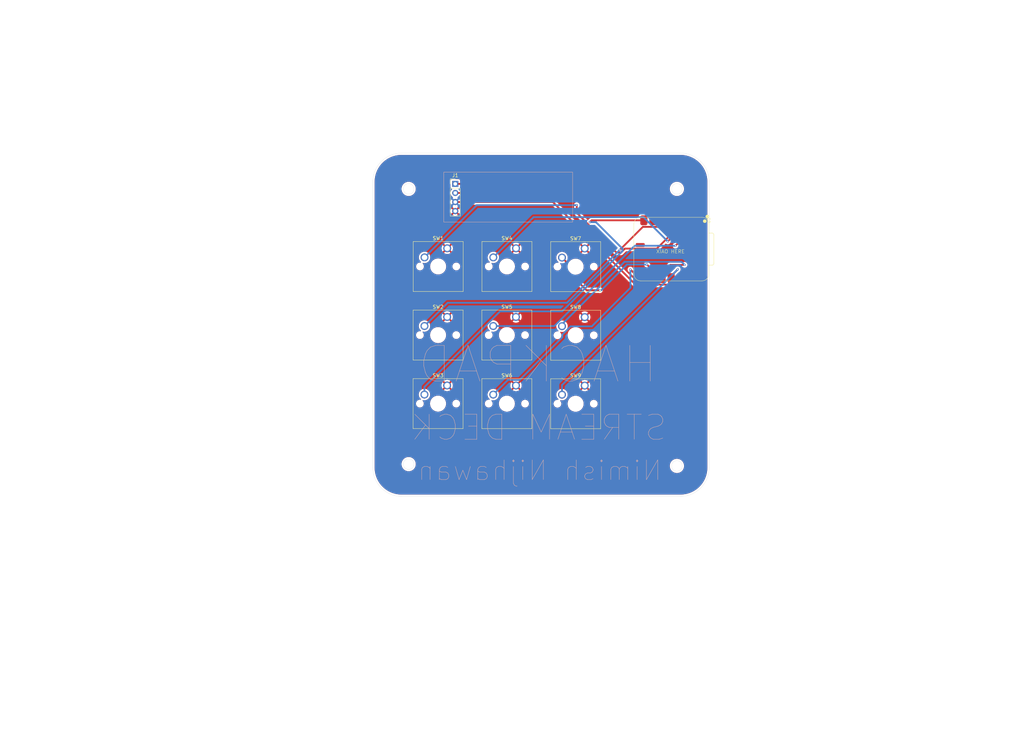
<source format=kicad_pcb>
(kicad_pcb (version 20241229) (generator "pcbnew") (generator_version "9.0")
  (layers (0 "F.Cu" signal) (2 "B.Cu" signal) (13 "F.Paste" user) (15 "B.Paste" user) (5 "F.SilkS" user "F.Silkscreen") (7 "B.SilkS" user "B.Silkscreen") (1 "F.Mask" user) (3 "B.Mask" user) (25 "Edge.Cuts" user))
  (net 0 "")
  (net 1 "SDA")
  (net 2 "SCL")
  (net 3 "GND")
  (net 4 "+5V")
  (net 5 "Net-(U1-GPIO28_A2_D2)")
  (net 6 "Net-(U1-GPIO29_A3_D3)")
  (net 7 "Net-(U1-GPIO0_D6_TX)")
  (net 8 "Net-(U1-GPIO27_A1_D1)")
  (net 9 "Net-(U1-GPIO26_A0_D0)")
  (net 10 "Net-(U1-GPIO1_D7_CSn_RX)")
  (net 11 "Net-(U1-GPIO2_D8_SCK)")
  (net 12 "Net-(U1-GPIO4_D9_MISO)")
  (net 13 "Net-(U1-GPIO3_D10_MOSI)")
  (net 16 "+3.3V")
  (footprint "Button_Switch_Keyboard:SW_Cherry_MX_1.00u_PCB" (layer "F.Cu") (at 69.22 36.67)
    (property "Reference" "SW7" (at -2.54 -2.794 0) (layer "F.SilkS"))
    (property "Value" "SW_Push")
    (fp_line (start -9.525 -1.905) (end 4.445 -1.905) (stroke (width 0.12)) (layer "F.SilkS"))
    (fp_line (start -9.525 12.065) (end -9.525 -1.905) (stroke (width 0.12)) (layer "F.SilkS"))
    (fp_line (start 4.445 -1.905) (end 4.445 12.065) (stroke (width 0.12)) (layer "F.SilkS"))
    (fp_line (start 4.445 12.065) (end -9.525 12.065) (stroke (width 0.12)) (layer "F.SilkS"))
    (pad "" np_thru_hole circle (at -7.62 5.08) (size 1.7 1.7) (drill 1.7) (layers "*.Cu" "*.Mask"))
    (pad "" np_thru_hole circle (at -2.54 5.08) (size 4 4) (drill 4) (layers "*.Cu" "*.Mask"))
    (pad "" np_thru_hole circle (at 2.54 5.08) (size 1.7 1.7) (drill 1.7) (layers "*.Cu" "*.Mask"))
    (pad "1" thru_hole circle (at 0 0) (size 2.2 2.2) (drill 1.5) (layers "*.Cu" "*.Mask") (net 3 "GND"))
    (pad "2" thru_hole circle (at -6.35 2.54) (size 2.2 2.2) (drill 1.5) (layers "*.Cu" "*.Mask") (net 11 "Net-(U1-GPIO2_D8_SCK)"))
  )
  (footprint "Button_Switch_Keyboard:SW_Cherry_MX_1.00u_PCB" (layer "F.Cu") (at 69.22 55.87)
    (property "Reference" "SW8" (at -2.54 -2.794 0) (layer "F.SilkS"))
    (property "Value" "SW_Push")
    (fp_line (start -9.525 -1.905) (end 4.445 -1.905) (stroke (width 0.12)) (layer "F.SilkS"))
    (fp_line (start -9.525 12.065) (end -9.525 -1.905) (stroke (width 0.12)) (layer "F.SilkS"))
    (fp_line (start 4.445 -1.905) (end 4.445 12.065) (stroke (width 0.12)) (layer "F.SilkS"))
    (fp_line (start 4.445 12.065) (end -9.525 12.065) (stroke (width 0.12)) (layer "F.SilkS"))
    (pad "" np_thru_hole circle (at -7.62 5.08) (size 1.7 1.7) (drill 1.7) (layers "*.Cu" "*.Mask"))
    (pad "" np_thru_hole circle (at -2.54 5.08) (size 4 4) (drill 4) (layers "*.Cu" "*.Mask"))
    (pad "" np_thru_hole circle (at 2.54 5.08) (size 1.7 1.7) (drill 1.7) (layers "*.Cu" "*.Mask"))
    (pad "1" thru_hole circle (at 0 0) (size 2.2 2.2) (drill 1.5) (layers "*.Cu" "*.Mask") (net 3 "GND"))
    (pad "2" thru_hole circle (at -6.35 2.54) (size 2.2 2.2) (drill 1.5) (layers "*.Cu" "*.Mask") (net 12 "Net-(U1-GPIO4_D9_MISO)"))
  )
  (footprint "Seeed Studio XIAO Series Library:XIAO-RP2040-SMD" (layer "F.Cu") (at 93.38 36.785 -90)
    (property "Reference" "U1" (at -8.835 -10.08 90) (layer "F.SilkS") (effects (font (size 0.78232 0.78232) (thickness 0.10668)) (justify right top)))
    (property "Value" "XIAO-RP2040-SMD")
    (fp_line (start -6.93 10.418) (end 7.04 10.418) (stroke (width 0.1)) (layer "F.SilkS"))
    (fp_line (start -8.835 8.513) (end -8.835 -8.632) (stroke (width 0.1)) (layer "F.SilkS"))
    (fp_line (start 8.945 8.513) (end 8.945 -8.632) (stroke (width 0.1)) (layer "F.SilkS"))
    (fp_line (start -4.44 -10.537) (end -4.436272 -11.447272) (stroke (width 0.127)) (layer "F.SilkS"))
    (fp_line (start 7.04 -10.537) (end -6.93 -10.537) (stroke (width 0.1)) (layer "F.SilkS"))
    (fp_line (start 4.559 -11.447) (end 4.559 -10.537) (stroke (width 0.127)) (layer "F.SilkS"))
    (fp_line (start -3.936272 -11.947) (end 4.059 -11.947) (stroke (width 0.127)) (layer "F.SilkS"))
    (fp_arc (start -6.93 10.418) (mid -8.277038 9.860038) (end -8.835 8.513) (stroke (width 0.1)) (layer "F.SilkS"))
    (fp_arc (start 8.945 8.513) (mid 8.387038 9.860038) (end 7.04 10.418) (stroke (width 0.1)) (layer "F.SilkS"))
    (fp_arc (start -8.835 -8.636) (mid -8.277038 -9.983038) (end -6.93 -10.541) (stroke (width 0.1)) (layer "F.SilkS"))
    (fp_arc (start 7.04 -10.537) (mid 8.387038 -9.979038) (end 8.945 -8.632) (stroke (width 0.1)) (layer "F.SilkS"))
    (fp_arc (start -4.436272 -11.447272) (mid -4.289724 -11.800644) (end -3.936272 -11.947) (stroke (width 0.127)) (layer "F.SilkS"))
    (fp_arc (start 4.059 -11.947) (mid 4.412553 -11.800553) (end 4.559 -11.447) (stroke (width 0.127)) (layer "F.SilkS"))
    (fp_circle (center -7.771 -9.404) (end -7.771 -9.658) (stroke (width 0.5)) (fill yes) (layer "F.SilkS"))
    (fp_circle (center -9.045 -10.121) (end -9.045 -10.375) (stroke (width 0.5)) (fill yes) (layer "F.SilkS"))
    (pad "1" smd roundrect (at -8 -7.62 270) (size 2.75 2) (layers "F.Cu" "F.Mask" "F.Paste") (net 9 "Net-(U1-GPIO26_A0_D0)"))
    (pad "2" smd roundrect (at -8 -5.08 270) (size 2.75 2) (layers "F.Cu" "F.Mask" "F.Paste") (net 8 "Net-(U1-GPIO27_A1_D1)"))
    (pad "3" smd roundrect (at -8 -2.54 270) (size 2.75 2) (layers "F.Cu" "F.Mask" "F.Paste") (net 5 "Net-(U1-GPIO28_A2_D2)"))
    (pad "4" smd roundrect (at -8 0 270) (size 2.75 2) (layers "F.Cu" "F.Mask" "F.Paste") (net 6 "Net-(U1-GPIO29_A3_D3)"))
    (pad "5" smd roundrect (at -8 2.54 270) (size 2.75 2) (layers "F.Cu" "F.Mask" "F.Paste") (net 1 "SDA"))
    (pad "6" smd roundrect (at -8 5.08 270) (size 2.75 2) (layers "F.Cu" "F.Mask" "F.Paste") (net 2 "SCL"))
    (pad "7" smd roundrect (at -8 7.62 270) (size 2.75 2) (layers "F.Cu" "F.Mask" "F.Paste") (net 7 "Net-(U1-GPIO0_D6_TX)"))
    (pad "8" smd roundrect (at 8.165 7.62 270) (size 2.75 2) (layers "F.Cu" "F.Mask" "F.Paste") (net 10 "Net-(U1-GPIO1_D7_CSn_RX)"))
    (pad "9" smd roundrect (at 8.165 5.08 270) (size 2.75 2) (layers "F.Cu" "F.Mask" "F.Paste") (net 11 "Net-(U1-GPIO2_D8_SCK)"))
    (pad "10" smd roundrect (at 8.165 2.54 270) (size 2.75 2) (layers "F.Cu" "F.Mask" "F.Paste") (net 12 "Net-(U1-GPIO4_D9_MISO)"))
    (pad "11" smd roundrect (at 8.165 0 270) (size 2.75 2) (layers "F.Cu" "F.Mask" "F.Paste") (net 13 "Net-(U1-GPIO3_D10_MOSI)"))
    (pad "12" smd roundrect (at 8.165 -2.54 270) (size 2.75 2) (layers "F.Cu" "F.Mask" "F.Paste") (net 16 "+3.3V"))
    (pad "13" smd roundrect (at 8.165 -5.08 270) (size 2.75 2) (layers "F.Cu" "F.Mask" "F.Paste") (net 3 "GND"))
    (pad "14" smd roundrect (at 8.165 -7.62 270) (size 2.75 2) (layers "F.Cu" "F.Mask" "F.Paste") (net 4 "+5V"))
    (pad "15" smd roundrect (at -1.088 8.64 180) (size 2.5 1.1) (layers "F.Cu" "F.Mask" "F.Paste"))
    (pad "16" smd roundrect (at 1.452 8.64 180) (size 2.5 1.1) (layers "F.Cu" "F.Mask" "F.Paste") (net 3 "GND"))
    (pad "17" smd circle (at -1.088 -8.378 270) (size 1.7 1.7) (layers "F.Cu" "F.Mask" "F.Paste"))
    (pad "18" smd circle (at 1.452 -8.378 270) (size 1.7 1.7) (layers "F.Cu" "F.Mask" "F.Paste"))
    (pad "19" smd circle (at -1.088 -5.838 270) (size 1.7 1.7) (layers "F.Cu" "F.Mask" "F.Paste"))
    (pad "20" smd circle (at 1.452 -5.838 270) (size 1.7 1.7) (layers "F.Cu" "F.Mask" "F.Paste") (net 3 "GND"))
  )
  (footprint "Button_Switch_Keyboard:SW_Cherry_MX_1.00u_PCB" (layer "F.Cu") (at 30.79 36.62)
    (property "Reference" "SW1" (at -2.54 -2.794 0) (layer "F.SilkS"))
    (property "Value" "SW_Push")
    (fp_line (start -9.525 -1.905) (end 4.445 -1.905) (stroke (width 0.12)) (layer "F.SilkS"))
    (fp_line (start -9.525 12.065) (end -9.525 -1.905) (stroke (width 0.12)) (layer "F.SilkS"))
    (fp_line (start 4.445 -1.905) (end 4.445 12.065) (stroke (width 0.12)) (layer "F.SilkS"))
    (fp_line (start 4.445 12.065) (end -9.525 12.065) (stroke (width 0.12)) (layer "F.SilkS"))
    (pad "" np_thru_hole circle (at -7.62 5.08) (size 1.7 1.7) (drill 1.7) (layers "*.Cu" "*.Mask"))
    (pad "" np_thru_hole circle (at -2.54 5.08) (size 4 4) (drill 4) (layers "*.Cu" "*.Mask"))
    (pad "" np_thru_hole circle (at 2.54 5.08) (size 1.7 1.7) (drill 1.7) (layers "*.Cu" "*.Mask"))
    (pad "1" thru_hole circle (at 0 0) (size 2.2 2.2) (drill 1.5) (layers "*.Cu" "*.Mask") (net 3 "GND"))
    (pad "2" thru_hole circle (at -6.35 2.54) (size 2.2 2.2) (drill 1.5) (layers "*.Cu" "*.Mask") (net 5 "Net-(U1-GPIO28_A2_D2)"))
  )
  (footprint "Button_Switch_Keyboard:SW_Cherry_MX_1.00u_PCB" (layer "F.Cu") (at 30.76 74.99)
    (property "Reference" "SW3" (at -2.54 -2.794 0) (layer "F.SilkS"))
    (property "Value" "SW_Push")
    (fp_line (start -9.525 -1.905) (end 4.445 -1.905) (stroke (width 0.12)) (layer "F.SilkS"))
    (fp_line (start -9.525 12.065) (end -9.525 -1.905) (stroke (width 0.12)) (layer "F.SilkS"))
    (fp_line (start 4.445 -1.905) (end 4.445 12.065) (stroke (width 0.12)) (layer "F.SilkS"))
    (fp_line (start 4.445 12.065) (end -9.525 12.065) (stroke (width 0.12)) (layer "F.SilkS"))
    (pad "" np_thru_hole circle (at -7.62 5.08) (size 1.7 1.7) (drill 1.7) (layers "*.Cu" "*.Mask"))
    (pad "" np_thru_hole circle (at -2.54 5.08) (size 4 4) (drill 4) (layers "*.Cu" "*.Mask"))
    (pad "" np_thru_hole circle (at 2.54 5.08) (size 1.7 1.7) (drill 1.7) (layers "*.Cu" "*.Mask"))
    (pad "1" thru_hole circle (at 0 0) (size 2.2 2.2) (drill 1.5) (layers "*.Cu" "*.Mask") (net 3 "GND"))
    (pad "2" thru_hole circle (at -6.35 2.54) (size 2.2 2.2) (drill 1.5) (layers "*.Cu" "*.Mask") (net 7 "Net-(U1-GPIO0_D6_TX)"))
  )
  (footprint "Button_Switch_Keyboard:SW_Cherry_MX_1.00u_PCB" (layer "F.Cu") (at 50.02 36.62)
    (property "Reference" "SW4" (at -2.54 -2.794 0) (layer "F.SilkS"))
    (property "Value" "SW_Push")
    (fp_line (start -9.525 -1.905) (end 4.445 -1.905) (stroke (width 0.12)) (layer "F.SilkS"))
    (fp_line (start -9.525 12.065) (end -9.525 -1.905) (stroke (width 0.12)) (layer "F.SilkS"))
    (fp_line (start 4.445 -1.905) (end 4.445 12.065) (stroke (width 0.12)) (layer "F.SilkS"))
    (fp_line (start 4.445 12.065) (end -9.525 12.065) (stroke (width 0.12)) (layer "F.SilkS"))
    (pad "" np_thru_hole circle (at -7.62 5.08) (size 1.7 1.7) (drill 1.7) (layers "*.Cu" "*.Mask"))
    (pad "" np_thru_hole circle (at -2.54 5.08) (size 4 4) (drill 4) (layers "*.Cu" "*.Mask"))
    (pad "" np_thru_hole circle (at 2.54 5.08) (size 1.7 1.7) (drill 1.7) (layers "*.Cu" "*.Mask"))
    (pad "1" thru_hole circle (at 0 0) (size 2.2 2.2) (drill 1.5) (layers "*.Cu" "*.Mask") (net 3 "GND"))
    (pad "2" thru_hole circle (at -6.35 2.54) (size 2.2 2.2) (drill 1.5) (layers "*.Cu" "*.Mask") (net 8 "Net-(U1-GPIO27_A1_D1)"))
  )
  (footprint "Button_Switch_Keyboard:SW_Cherry_MX_1.00u_PCB" (layer "F.Cu") (at 50 55.82)
    (property "Reference" "SW5" (at -2.54 -2.794 0) (layer "F.SilkS"))
    (property "Value" "SW_Push")
    (fp_line (start -9.525 -1.905) (end 4.445 -1.905) (stroke (width 0.12)) (layer "F.SilkS"))
    (fp_line (start -9.525 12.065) (end -9.525 -1.905) (stroke (width 0.12)) (layer "F.SilkS"))
    (fp_line (start 4.445 -1.905) (end 4.445 12.065) (stroke (width 0.12)) (layer "F.SilkS"))
    (fp_line (start 4.445 12.065) (end -9.525 12.065) (stroke (width 0.12)) (layer "F.SilkS"))
    (pad "" np_thru_hole circle (at -7.62 5.08) (size 1.7 1.7) (drill 1.7) (layers "*.Cu" "*.Mask"))
    (pad "" np_thru_hole circle (at -2.54 5.08) (size 4 4) (drill 4) (layers "*.Cu" "*.Mask"))
    (pad "" np_thru_hole circle (at 2.54 5.08) (size 1.7 1.7) (drill 1.7) (layers "*.Cu" "*.Mask"))
    (pad "1" thru_hole circle (at 0 0) (size 2.2 2.2) (drill 1.5) (layers "*.Cu" "*.Mask") (net 3 "GND"))
    (pad "2" thru_hole circle (at -6.35 2.54) (size 2.2 2.2) (drill 1.5) (layers "*.Cu" "*.Mask") (net 9 "Net-(U1-GPIO26_A0_D0)"))
  )
  (footprint "Connector_PinHeader_2.54mm:PinHeader_1x04_P2.54mm_Vertical" (layer "F.Cu") (at 33.03 18.59)
    (property "Reference" "J1" (at 0 -2.38 0) (layer "F.SilkS"))
    (property "Value" "Conn_01x04_Pin")
    (fp_line (start -1.38 -1.38) (end 0 -1.38) (stroke (width 0.12)) (layer "F.SilkS"))
    (fp_line (start -1.38 0) (end -1.38 -1.38) (stroke (width 0.12)) (layer "F.SilkS"))
    (fp_line (start -1.38 1.27) (end -1.38 9) (stroke (width 0.12)) (layer "F.SilkS"))
    (fp_line (start -1.38 1.27) (end 1.38 1.27) (stroke (width 0.12)) (layer "F.SilkS"))
    (fp_line (start -1.38 9) (end 1.38 9) (stroke (width 0.12)) (layer "F.SilkS"))
    (fp_line (start 1.38 1.27) (end 1.38 9) (stroke (width 0.12)) (layer "F.SilkS"))
    (pad "1" thru_hole rect (at 0 0) (size 1.7 1.7) (drill 1) (layers "*.Cu" "*.Mask") (net 1 "SDA"))
    (pad "2" thru_hole circle (at 0 2.54) (size 1.7 1.7) (drill 1) (layers "*.Cu" "*.Mask") (net 2 "SCL"))
    (pad "3" thru_hole circle (at 0 5.08) (size 1.7 1.7) (drill 1) (layers "*.Cu" "*.Mask") (net 4 "+5V"))
    (pad "4" thru_hole circle (at 0 7.62) (size 1.7 1.7) (drill 1) (layers "*.Cu" "*.Mask") (net 3 "GND"))
  )
  (footprint "Button_Switch_Keyboard:SW_Cherry_MX_1.00u_PCB" (layer "F.Cu") (at 30.77 55.82)
    (property "Reference" "SW2" (at -2.54 -2.794 0) (layer "F.SilkS"))
    (property "Value" "SW_Push")
    (fp_line (start -9.525 -1.905) (end 4.445 -1.905) (stroke (width 0.12)) (layer "F.SilkS"))
    (fp_line (start -9.525 12.065) (end -9.525 -1.905) (stroke (width 0.12)) (layer "F.SilkS"))
    (fp_line (start 4.445 -1.905) (end 4.445 12.065) (stroke (width 0.12)) (layer "F.SilkS"))
    (fp_line (start 4.445 12.065) (end -9.525 12.065) (stroke (width 0.12)) (layer "F.SilkS"))
    (pad "" np_thru_hole circle (at -7.62 5.08) (size 1.7 1.7) (drill 1.7) (layers "*.Cu" "*.Mask"))
    (pad "" np_thru_hole circle (at -2.54 5.08) (size 4 4) (drill 4) (layers "*.Cu" "*.Mask"))
    (pad "" np_thru_hole circle (at 2.54 5.08) (size 1.7 1.7) (drill 1.7) (layers "*.Cu" "*.Mask"))
    (pad "1" thru_hole circle (at 0 0) (size 2.2 2.2) (drill 1.5) (layers "*.Cu" "*.Mask") (net 3 "GND"))
    (pad "2" thru_hole circle (at -6.35 2.54) (size 2.2 2.2) (drill 1.5) (layers "*.Cu" "*.Mask") (net 6 "Net-(U1-GPIO29_A3_D3)"))
  )
  (footprint "Button_Switch_Keyboard:SW_Cherry_MX_1.00u_PCB" (layer "F.Cu") (at 50 75)
    (property "Reference" "SW6" (at -2.54 -2.794 0) (layer "F.SilkS"))
    (property "Value" "SW_Push")
    (fp_line (start -9.525 -1.905) (end 4.445 -1.905) (stroke (width 0.12)) (layer "F.SilkS"))
    (fp_line (start -9.525 12.065) (end -9.525 -1.905) (stroke (width 0.12)) (layer "F.SilkS"))
    (fp_line (start 4.445 -1.905) (end 4.445 12.065) (stroke (width 0.12)) (layer "F.SilkS"))
    (fp_line (start 4.445 12.065) (end -9.525 12.065) (stroke (width 0.12)) (layer "F.SilkS"))
    (pad "" np_thru_hole circle (at -7.62 5.08) (size 1.7 1.7) (drill 1.7) (layers "*.Cu" "*.Mask"))
    (pad "" np_thru_hole circle (at -2.54 5.08) (size 4 4) (drill 4) (layers "*.Cu" "*.Mask"))
    (pad "" np_thru_hole circle (at 2.54 5.08) (size 1.7 1.7) (drill 1.7) (layers "*.Cu" "*.Mask"))
    (pad "1" thru_hole circle (at 0 0) (size 2.2 2.2) (drill 1.5) (layers "*.Cu" "*.Mask") (net 3 "GND"))
    (pad "2" thru_hole circle (at -6.35 2.54) (size 2.2 2.2) (drill 1.5) (layers "*.Cu" "*.Mask") (net 10 "Net-(U1-GPIO1_D7_CSn_RX)"))
  )
  (footprint "Button_Switch_Keyboard:SW_Cherry_MX_1.00u_PCB" (layer "F.Cu") (at 69.22 75.02)
    (property "Reference" "SW9" (at -2.54 -2.794 0) (layer "F.SilkS"))
    (property "Value" "SW_Push")
    (fp_line (start -9.525 -1.905) (end 4.445 -1.905) (stroke (width 0.12)) (layer "F.SilkS"))
    (fp_line (start -9.525 12.065) (end -9.525 -1.905) (stroke (width 0.12)) (layer "F.SilkS"))
    (fp_line (start 4.445 -1.905) (end 4.445 12.065) (stroke (width 0.12)) (layer "F.SilkS"))
    (fp_line (start 4.445 12.065) (end -9.525 12.065) (stroke (width 0.12)) (layer "F.SilkS"))
    (pad "" np_thru_hole circle (at -7.62 5.08) (size 1.7 1.7) (drill 1.7) (layers "*.Cu" "*.Mask"))
    (pad "" np_thru_hole circle (at -2.54 5.08) (size 4 4) (drill 4) (layers "*.Cu" "*.Mask"))
    (pad "" np_thru_hole circle (at 2.54 5.08) (size 1.7 1.7) (drill 1.7) (layers "*.Cu" "*.Mask"))
    (pad "1" thru_hole circle (at 0 0) (size 2.2 2.2) (drill 1.5) (layers "*.Cu" "*.Mask") (net 3 "GND"))
    (pad "2" thru_hole circle (at -6.35 2.54) (size 2.2 2.2) (drill 1.5) (layers "*.Cu" "*.Mask") (net 13 "Net-(U1-GPIO3_D10_MOSI)"))
  )
  (gr_rect (start 29.83 15.3) (end 65.83 29.3) (stroke (width 0.1)) (fill no) (layer "B.SilkS"))
  (gr_line (start 104 18) (end 104 98) (stroke (width 0.05)) (layer "Edge.Cuts"))
  (gr_line (start 19 10) (end 18 10) (stroke (width 0.05)) (layer "Edge.Cuts"))
  (gr_arc (start 96 10) (mid 101.656854 12.343146) (end 104 18) (stroke (width 0.05)) (layer "Edge.Cuts"))
  (gr_circle (center 95 20) (end 96.5 20) (stroke (width 0.05)) (fill no) (layer "Edge.Cuts"))
  (gr_line (start 19 10) (end 96 10) (stroke (width 0.05)) (layer "Edge.Cuts"))
  (gr_circle (center 20 20) (end 21.5 20) (stroke (width 0.05)) (fill no) (layer "Edge.Cuts"))
  (gr_line (start 96 106) (end 18 106) (stroke (width 0.05)) (layer "Edge.Cuts"))
  (gr_arc (start 10 18) (mid 12.343146 12.343146) (end 18 10) (stroke (width 0.05)) (layer "Edge.Cuts"))
  (gr_arc (start 104 98) (mid 101.656854 103.656854) (end 96 106) (stroke (width 0.05)) (layer "Edge.Cuts"))
  (gr_circle (center 95 97.5) (end 96.5 97.5) (stroke (width 0.05)) (fill no) (layer "Edge.Cuts"))
  (gr_circle (center 20 97) (end 21.5 97) (stroke (width 0.05)) (fill no) (layer "Edge.Cuts"))
  (gr_arc (start 18 106) (mid 12.343146 103.656854) (end 10 98) (stroke (width 0.05)) (layer "Edge.Cuts"))
  (gr_line (start 10 98) (end 10 18) (stroke (width 0.05)) (layer "Edge.Cuts"))
  (gr_text "XIAO HERE" (at 89.15 38.1 0) (layer "F.SilkS") (effects (font (size 1 1) (thickness 0.1)) (justify left bottom)))
  (gr_text "HACKPAD" (at 90 75 0) (layer "B.SilkS") (effects (font (size 10 10) (thickness 0.1)) (justify left bottom mirror)))
  (gr_text "STREAM DECK" (at 92.45 90.9 0) (layer "B.SilkS") (effects (font (size 7 7) (thickness 0.1)) (justify left bottom mirror)))
  (gr_text "Nimish Nijhawan" (at 91 102 0) (layer "B.SilkS") (effects (font (size 5.5 5.5) (thickness 0.1)) (justify left bottom mirror)))
  (segment (start 33.03 18.59) (end 82.02 18.59) (width 0.5) (layer "F.Cu") (net 1))
  (segment (start 82.02 18.59) (end 90.84 27.41) (width 0.5) (layer "F.Cu") (net 1))
  (segment (start 90.84 27.41) (end 90.84 28.785) (width 0.5) (layer "F.Cu") (net 1))
  (segment (start 88.3 29.1) (end 88.25 29.15) (width 0.5) (layer "F.Cu") (net 2))
  (segment (start 33.03 21.13) (end 82.78 21.13) (width 0.5) (layer "F.Cu") (net 2))
  (segment (start 88.3 26.65) (end 88.3 28.785) (width 0.5) (layer "F.Cu") (net 2))
  (segment (start 82.78 21.13) (end 88.3 26.65) (width 0.5) (layer "F.Cu") (net 2))
  (segment (start 98.46 38.995) (end 99.218 38.237) (width 0.5) (layer "F.Cu") (net 3))
  (segment (start 98.46 44.95) (end 98.46 38.995) (width 0.5) (layer "F.Cu") (net 3))
  (segment (start 84.74 38.237) (end 99.218 38.237) (width 0.5) (layer "F.Cu") (net 3))
  (segment (start 60.32 23.67) (end 83.426 46.776) (width 0.5) (layer "F.Cu") (net 4))
  (segment (start 83.426 46.776) (end 99.36119 46.776) (width 0.5) (layer "F.Cu") (net 4))
  (segment (start 33.03 23.67) (end 60.32 23.67) (width 0.5) (layer "F.Cu") (net 4))
  (segment (start 101 45.13719) (end 101 44.95) (width 0.5) (layer "F.Cu") (net 4))
  (segment (start 99.36119 46.776) (end 101 45.13719) (width 0.5) (layer "F.Cu") (net 4))
  (segment (start 95.92 28.785) (end 95.92 30.16) (width 0.5) (layer "F.Cu") (net 5))
  (segment (start 78.088925 37.801) (end 67 26.712075) (width 0.5) (layer "F.Cu") (net 5))
  (segment (start 95.92 30.16) (end 89.382 36.698) (width 0.5) (layer "F.Cu") (net 5))
  (segment (start 80.464075 36.698) (end 79.361075 37.801) (width 0.5) (layer "F.Cu") (net 5))
  (segment (start 67 26.712075) (end 67 24.55) (width 0.5) (layer "F.Cu") (net 5))
  (segment (start 89.382 36.698) (end 80.464075 36.698) (width 0.5) (layer "F.Cu") (net 5))
  (segment (start 79.361075 37.801) (end 78.088925 37.801) (width 0.5) (layer "F.Cu") (net 5))
  (via (at 67 24.55) (size 0.6) (drill 0.3) (layers "F.Cu" "B.Cu") (net 5))
  (segment (start 39.05 24.55) (end 24.44 39.16) (width 0.5) (layer "B.Cu") (net 5))
  (segment (start 67 24.55) (end 39.05 24.55) (width 0.5) (layer "B.Cu") (net 5))
  (segment (start 91.74119 30.611) (end 85.489 30.611) (width 0.5) (layer "F.Cu") (net 6))
  (segment (start 85.489 30.611) (end 79.05 37.05) (width 0.5) (layer "F.Cu") (net 6))
  (segment (start 93.38 28.97219) (end 91.74119 30.611) (width 0.5) (layer "F.Cu") (net 6))
  (segment (start 93.38 28.785) (end 93.38 28.97219) (width 0.5) (layer "F.Cu") (net 6))
  (via (at 79.05 37.05) (size 0.6) (drill 0.3) (layers "F.Cu" "B.Cu") (net 6))
  (segment (start 30.93 51.85) (end 24.42 58.36) (width 0.5) (layer "B.Cu") (net 6))
  (segment (start 64.25 51.85) (end 30.93 51.85) (width 0.5) (layer "B.Cu") (net 6))
  (segment (start 79.05 37.05) (end 64.25 51.85) (width 0.5) (layer "B.Cu") (net 6))
  (segment (start 71.165 28.785) (end 70.65 29.3) (width 0.5) (layer "F.Cu") (net 7))
  (segment (start 85.76 28.785) (end 71.165 28.785) (width 0.5) (layer "F.Cu") (net 7))
  (via (at 70.65 29.3) (size 0.6) (drill 0.3) (layers "F.Cu" "B.Cu") (net 7))
  (segment (start 24.41 75.406554) (end 24.41 77.53) (width 0.5) (layer "B.Cu") (net 7))
  (segment (start 70.65 29.3) (end 72.362075 29.3) (width 0.5) (layer "B.Cu") (net 7))
  (segment (start 62.893075 54.269) (end 45.547554 54.269) (width 0.5) (layer "B.Cu") (net 7))
  (segment (start 72.362075 29.3) (end 79.801 36.738925) (width 0.5) (layer "B.Cu") (net 7))
  (segment (start 45.547554 54.269) (end 24.41 75.406554) (width 0.5) (layer "B.Cu") (net 7))
  (segment (start 79.801 36.738925) (end 79.801 37.361075) (width 0.5) (layer "B.Cu") (net 7))
  (segment (start 79.801 37.361075) (end 62.893075 54.269) (width 0.5) (layer "B.Cu") (net 7))
  (segment (start 98.46 30.34) (end 95.1 33.7) (width 0.5) (layer "F.Cu") (net 8))
  (segment (start 93.440662 33.7) (end 92.445331 34.695331) (width 0.5) (layer "F.Cu") (net 8))
  (segment (start 98.46 28.785) (end 98.46 30.34) (width 0.5) (layer "F.Cu") (net 8))
  (segment (start 95.1 33.7) (end 93.440662 33.7) (width 0.5) (layer "F.Cu") (net 8))
  (via (at 92.445331 34.695331) (size 0.6) (drill 0.3) (layers "F.Cu" "B.Cu") (net 8))
  (segment (start 85.65 27.9) (end 54.93 27.9) (width 0.5) (layer "B.Cu") (net 8))
  (segment (start 54.93 27.9) (end 43.67 39.16) (width 0.5) (layer "B.Cu") (net 8))
  (segment (start 92.445331 34.695331) (end 85.65 27.9) (width 0.5) (layer "B.Cu") (net 8))
  (segment (start 101 28.785) (end 101 29.5) (width 0.5) (layer "F.Cu") (net 9))
  (segment (start 101 29.5) (end 94.6 35.9) (width 0.5) (layer "F.Cu") (net 9))
  (via (at 94.6 35.9) (size 0.6) (drill 0.3) (layers "F.Cu" "B.Cu") (net 9))
  (segment (start 60.726554 58.36) (end 43.65 58.36) (width 0.5) (layer "B.Cu") (net 9))
  (segment (start 83.186554 35.9) (end 60.726554 58.36) (width 0.5) (layer "B.Cu") (net 9))
  (segment (start 94.6 35.9) (end 83.186554 35.9) (width 0.5) (layer "B.Cu") (net 9))
  (segment (start 85.76 44.95) (end 84.4 44.95) (width 0.5) (layer "F.Cu") (net 10))
  (segment (start 84.4 44.95) (end 82 42.55) (width 0.5) (layer "F.Cu") (net 10))
  (via (at 82 42.55) (size 0.6) (drill 0.3) (layers "F.Cu" "B.Cu") (net 10))
  (segment (start 82 47.65) (end 71.201 58.449) (width 0.5) (layer "B.Cu") (net 10))
  (segment (start 51.011603 73.449) (end 47.741 73.449) (width 0.5) (layer "B.Cu") (net 10))
  (segment (start 71.201 58.449) (end 65.302 58.449) (width 0.5) (layer "B.Cu") (net 10))
  (segment (start 62.951 61.509603) (end 51.011603 73.449) (width 0.5) (layer "B.Cu") (net 10))
  (segment (start 47.741 73.449) (end 43.65 77.54) (width 0.5) (layer "B.Cu") (net 10))
  (segment (start 65.302 58.449) (end 62.951 60.8) (width 0.5) (layer "B.Cu") (net 10))
  (segment (start 82 42.55) (end 82 47.65) (width 0.5) (layer "B.Cu") (net 10))
  (segment (start 62.951 60.8) (end 62.951 61.509603) (width 0.5) (layer "B.Cu") (net 10))
  (segment (start 73.45 48.35) (end 69.743052 48.35) (width 0.5) (layer "F.Cu") (net 11))
  (segment (start 88.3 42.85) (end 86.6 41.15) (width 0.5) (layer "F.Cu") (net 11))
  (segment (start 69.743052 48.35) (end 63.969999 42.576947) (width 0.5) (layer "F.Cu") (net 11))
  (segment (start 88.3 44.95) (end 88.3 42.85) (width 0.5) (layer "F.Cu") (net 11))
  (segment (start 63.969999 42.576947) (end 63.969999 40.309999) (width 0.5) (layer "F.Cu") (net 11))
  (segment (start 63.969999 40.309999) (end 62.87 39.21) (width 0.5) (layer "F.Cu") (net 11))
  (via (at 73.45 48.35) (size 0.6) (drill 0.3) (layers "F.Cu" "B.Cu") (net 11))
  (via (at 86.6 41.15) (size 0.6) (drill 0.3) (layers "F.Cu" "B.Cu") (net 11))
  (segment (start 74.85 47.35) (end 73.85 48.35) (width 0.5) (layer "B.Cu") (net 11))
  (segment (start 86.6 41.15) (end 81.05 41.15) (width 0.5) (layer "B.Cu") (net 11))
  (segment (start 73.85 48.35) (end 73.45 48.35) (width 0.5) (layer "B.Cu") (net 11))
  (segment (start 81.05 41.15) (end 74.85 47.35) (width 0.5) (layer "B.Cu") (net 11))
  (segment (start 93.165 41.25) (end 97.15 41.25) (width 0.5) (layer "F.Cu") (net 12))
  (segment (start 90.84 44.95) (end 90.84 43.575) (width 0.5) (layer "F.Cu") (net 12))
  (segment (start 90.84 43.575) (end 93.165 41.25) (width 0.5) (layer "F.Cu") (net 12))
  (via (at 97.15 41.25) (size 0.6) (drill 0.3) (layers "F.Cu" "B.Cu") (net 12))
  (segment (start 80.338925 40.399) (end 62.87 57.867925) (width 0.5) (layer "B.Cu") (net 12))
  (segment (start 97.15 41.25) (end 96.299 40.399) (width 0.5) (layer "B.Cu") (net 12))
  (segment (start 96.299 40.399) (end 80.338925 40.399) (width 0.5) (layer "B.Cu") (net 12))
  (segment (start 62.87 57.867925) (end 62.87 58.41) (width 0.5) (layer "B.Cu") (net 12))
  (segment (start 93.38 44.95) (end 93.38 44.37) (width 0.5) (layer "F.Cu") (net 13))
  (segment (start 93.38 44.37) (end 95.25 42.5) (width 0.5) (layer "F.Cu") (net 13))
  (via (at 95.25 42.5) (size 0.6) (drill 0.3) (layers "F.Cu" "B.Cu") (net 13))
  (segment (start 95.25 42.5) (end 62.87 74.88) (width 0.5) (layer "B.Cu") (net 13))
  (segment (start 62.87 74.88) (end 62.87 77.56) (width 0.5) (layer "B.Cu") (net 13))
  (zone (net 3) (net_name "GND") (layer "F.Cu") (connect_pads (clearance 0.5)) (min_thickness 0.25) (fill yes (thermal_gap 0.5) (thermal_bridge_width 0.5))
    (polygon (pts (xy 94.8 140.9) (xy 153.15 21.25) (xy 15.4 -13.25) (xy -44 71.65) (xy 34.05 147.2)))
  )
  (zone (net 4) (net_name "+5V") (layer "B.Cu") (priority 1) (connect_pads (clearance 0.5)) (min_thickness 0.25) (fill yes (thermal_gap 0.5) (thermal_bridge_width 0.5))
    (polygon (pts (xy -41.85 -32.85) (xy -94.25 9.2) (xy -28.9 150.9) (xy 131.85 171.9) (xy 192.05 60.3) (xy 179.1 -10.55) (xy -18.25 -28)))
  )
)
</source>
